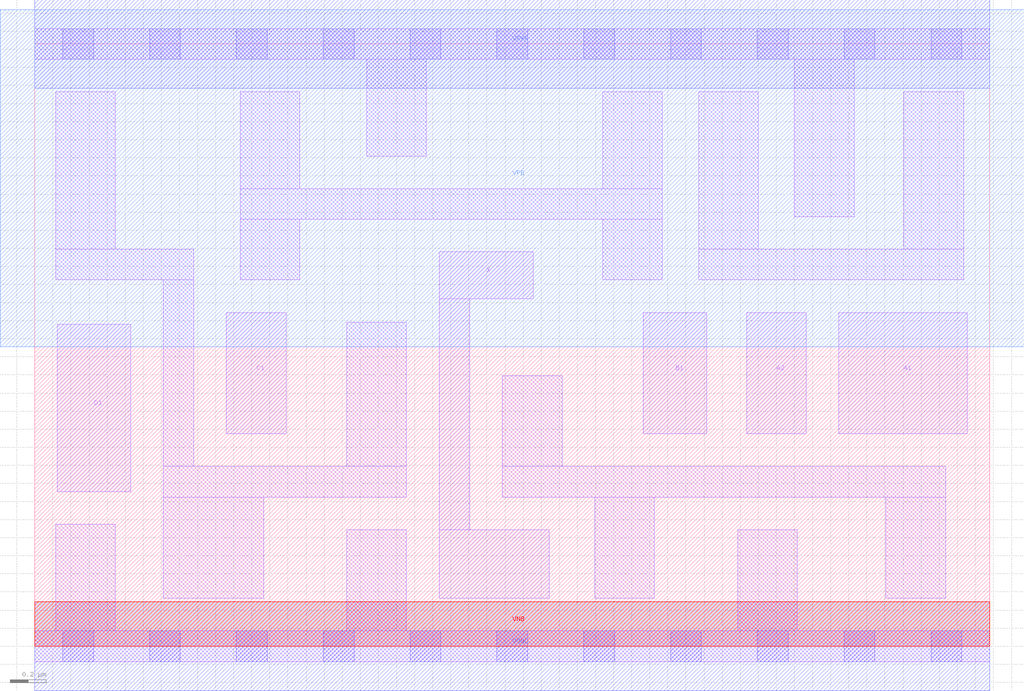
<source format=lef>
# Copyright 2020 The SkyWater PDK Authors
#
# Licensed under the Apache License, Version 2.0 (the "License");
# you may not use this file except in compliance with the License.
# You may obtain a copy of the License at
#
#     https://www.apache.org/licenses/LICENSE-2.0
#
# Unless required by applicable law or agreed to in writing, software
# distributed under the License is distributed on an "AS IS" BASIS,
# WITHOUT WARRANTIES OR CONDITIONS OF ANY KIND, either express or implied.
# See the License for the specific language governing permissions and
# limitations under the License.
#
# SPDX-License-Identifier: Apache-2.0

VERSION 5.7 ;
  NOWIREEXTENSIONATPIN ON ;
  DIVIDERCHAR "/" ;
  BUSBITCHARS "[]" ;
MACRO sky130_fd_sc_lp__a2111o_lp
  CLASS CORE ;
  FOREIGN sky130_fd_sc_lp__a2111o_lp ;
  ORIGIN  0.000000  0.000000 ;
  SIZE  5.280000 BY  3.330000 ;
  SYMMETRY X Y R90 ;
  SITE unit ;
  PIN A1
    ANTENNAGATEAREA  0.313000 ;
    DIRECTION INPUT ;
    USE SIGNAL ;
    PORT
      LAYER li1 ;
        RECT 4.445000 1.175000 5.155000 1.845000 ;
    END
  END A1
  PIN A2
    ANTENNAGATEAREA  0.313000 ;
    DIRECTION INPUT ;
    USE SIGNAL ;
    PORT
      LAYER li1 ;
        RECT 3.935000 1.175000 4.265000 1.845000 ;
    END
  END A2
  PIN B1
    ANTENNAGATEAREA  0.376000 ;
    DIRECTION INPUT ;
    USE SIGNAL ;
    PORT
      LAYER li1 ;
        RECT 3.365000 1.175000 3.715000 1.845000 ;
    END
  END B1
  PIN C1
    ANTENNAGATEAREA  0.376000 ;
    DIRECTION INPUT ;
    USE SIGNAL ;
    PORT
      LAYER li1 ;
        RECT 1.060000 1.175000 1.390000 1.845000 ;
    END
  END C1
  PIN D1
    ANTENNAGATEAREA  0.376000 ;
    DIRECTION INPUT ;
    USE SIGNAL ;
    PORT
      LAYER li1 ;
        RECT 0.125000 0.855000 0.530000 1.780000 ;
    END
  END D1
  PIN X
    ANTENNADIFFAREA  0.404700 ;
    DIRECTION OUTPUT ;
    USE SIGNAL ;
    PORT
      LAYER li1 ;
        RECT 2.235000 0.265000 2.845000 0.645000 ;
        RECT 2.235000 0.645000 2.405000 1.920000 ;
        RECT 2.235000 1.920000 2.755000 2.180000 ;
    END
  END X
  PIN VGND
    DIRECTION INOUT ;
    USE GROUND ;
    PORT
      LAYER met1 ;
        RECT 0.000000 -0.245000 5.280000 0.245000 ;
    END
  END VGND
  PIN VNB
    DIRECTION INOUT ;
    USE GROUND ;
    PORT
      LAYER pwell ;
        RECT 0.000000 0.000000 5.280000 0.245000 ;
    END
  END VNB
  PIN VPB
    DIRECTION INOUT ;
    USE POWER ;
    PORT
      LAYER nwell ;
        RECT -0.190000 1.655000 5.470000 3.520000 ;
    END
  END VPB
  PIN VPWR
    DIRECTION INOUT ;
    USE POWER ;
    PORT
      LAYER met1 ;
        RECT 0.000000 3.085000 5.280000 3.575000 ;
    END
  END VPWR
  OBS
    LAYER li1 ;
      RECT 0.000000 -0.085000 5.280000 0.085000 ;
      RECT 0.000000  3.245000 5.280000 3.415000 ;
      RECT 0.115000  0.085000 0.445000 0.675000 ;
      RECT 0.115000  2.025000 0.880000 2.195000 ;
      RECT 0.115000  2.195000 0.445000 3.065000 ;
      RECT 0.710000  0.265000 1.265000 0.825000 ;
      RECT 0.710000  0.825000 2.055000 0.995000 ;
      RECT 0.710000  0.995000 0.880000 2.025000 ;
      RECT 1.135000  2.025000 1.465000 2.360000 ;
      RECT 1.135000  2.360000 3.470000 2.530000 ;
      RECT 1.135000  2.530000 1.465000 3.065000 ;
      RECT 1.725000  0.085000 2.055000 0.645000 ;
      RECT 1.725000  0.995000 2.055000 1.790000 ;
      RECT 1.835000  2.710000 2.165000 3.245000 ;
      RECT 2.585000  0.825000 5.035000 0.995000 ;
      RECT 2.585000  0.995000 2.915000 1.495000 ;
      RECT 3.095000  0.265000 3.425000 0.825000 ;
      RECT 3.140000  2.025000 3.470000 2.360000 ;
      RECT 3.140000  2.530000 3.470000 3.065000 ;
      RECT 3.670000  2.025000 5.135000 2.195000 ;
      RECT 3.670000  2.195000 4.000000 3.065000 ;
      RECT 3.885000  0.085000 4.215000 0.645000 ;
      RECT 4.200000  2.375000 4.530000 3.245000 ;
      RECT 4.705000  0.265000 5.035000 0.825000 ;
      RECT 4.805000  2.195000 5.135000 3.065000 ;
    LAYER mcon ;
      RECT 0.155000 -0.085000 0.325000 0.085000 ;
      RECT 0.155000  3.245000 0.325000 3.415000 ;
      RECT 0.635000 -0.085000 0.805000 0.085000 ;
      RECT 0.635000  3.245000 0.805000 3.415000 ;
      RECT 1.115000 -0.085000 1.285000 0.085000 ;
      RECT 1.115000  3.245000 1.285000 3.415000 ;
      RECT 1.595000 -0.085000 1.765000 0.085000 ;
      RECT 1.595000  3.245000 1.765000 3.415000 ;
      RECT 2.075000 -0.085000 2.245000 0.085000 ;
      RECT 2.075000  3.245000 2.245000 3.415000 ;
      RECT 2.555000 -0.085000 2.725000 0.085000 ;
      RECT 2.555000  3.245000 2.725000 3.415000 ;
      RECT 3.035000 -0.085000 3.205000 0.085000 ;
      RECT 3.035000  3.245000 3.205000 3.415000 ;
      RECT 3.515000 -0.085000 3.685000 0.085000 ;
      RECT 3.515000  3.245000 3.685000 3.415000 ;
      RECT 3.995000 -0.085000 4.165000 0.085000 ;
      RECT 3.995000  3.245000 4.165000 3.415000 ;
      RECT 4.475000 -0.085000 4.645000 0.085000 ;
      RECT 4.475000  3.245000 4.645000 3.415000 ;
      RECT 4.955000 -0.085000 5.125000 0.085000 ;
      RECT 4.955000  3.245000 5.125000 3.415000 ;
  END
END sky130_fd_sc_lp__a2111o_lp
END LIBRARY

</source>
